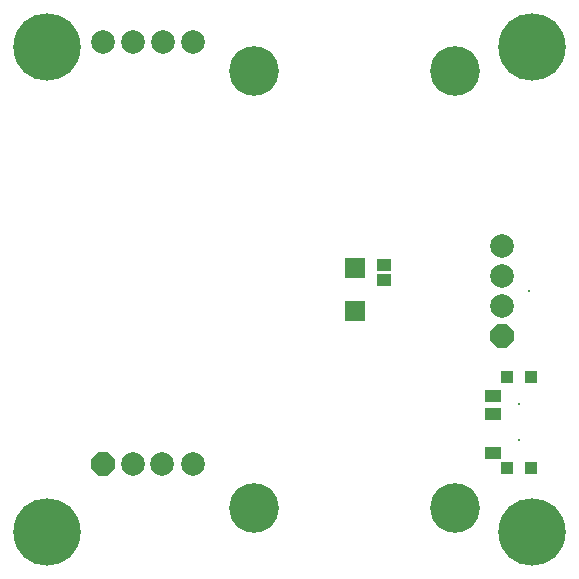
<source format=gts>
G04 Layer_Color=8388736*
%FSLAX44Y44*%
%MOMM*%
G71*
G01*
G75*
%ADD24R,1.4532X1.1032*%
%ADD25R,1.1032X1.0032*%
%ADD26R,1.1532X1.0532*%
%ADD27R,1.8032X1.7032*%
%ADD28C,0.2032*%
G04:AMPARAMS|DCode=29|XSize=0.2032mm|YSize=0.2032mm|CornerRadius=0mm|HoleSize=0mm|Usage=FLASHONLY|Rotation=90.000|XOffset=0mm|YOffset=0mm|HoleType=Round|Shape=RoundedRectangle|*
%AMROUNDEDRECTD29*
21,1,0.2032,0.2032,0,0,90.0*
21,1,0.2032,0.2032,0,0,90.0*
1,1,0.0000,0.1016,0.1016*
1,1,0.0000,0.1016,-0.1016*
1,1,0.0000,-0.1016,-0.1016*
1,1,0.0000,-0.1016,0.1016*
%
%ADD29ROUNDEDRECTD29*%
%ADD30P,2.1683X8X112.5*%
%ADD31C,2.0032*%
%ADD32P,2.1683X8X22.5*%
%ADD33C,4.2032*%
%ADD34C,5.7032*%
D24*
X422250Y111605D02*
D03*
Y144605D02*
D03*
Y159605D02*
D03*
D25*
X454000Y176105D02*
D03*
X434000D02*
D03*
X454000Y99105D02*
D03*
X434000D02*
D03*
D26*
X330000Y271000D02*
D03*
Y258000D02*
D03*
D27*
X305000Y232000D02*
D03*
Y268000D02*
D03*
D28*
X444000Y152605D02*
D03*
Y122605D02*
D03*
D29*
X452800Y248510D02*
D03*
D30*
X430000Y210410D02*
D03*
D31*
Y235810D02*
D03*
Y261210D02*
D03*
Y286610D02*
D03*
X117300Y102000D02*
D03*
X142000D02*
D03*
X168100D02*
D03*
X91900Y459500D02*
D03*
X168100D02*
D03*
X142700D02*
D03*
X117300D02*
D03*
D32*
X91900Y102000D02*
D03*
D33*
X220000Y65000D02*
D03*
X390000D02*
D03*
Y435000D02*
D03*
X220000D02*
D03*
D34*
X45000Y455000D02*
D03*
X455000D02*
D03*
X45000Y45000D02*
D03*
X455000D02*
D03*
M02*

</source>
